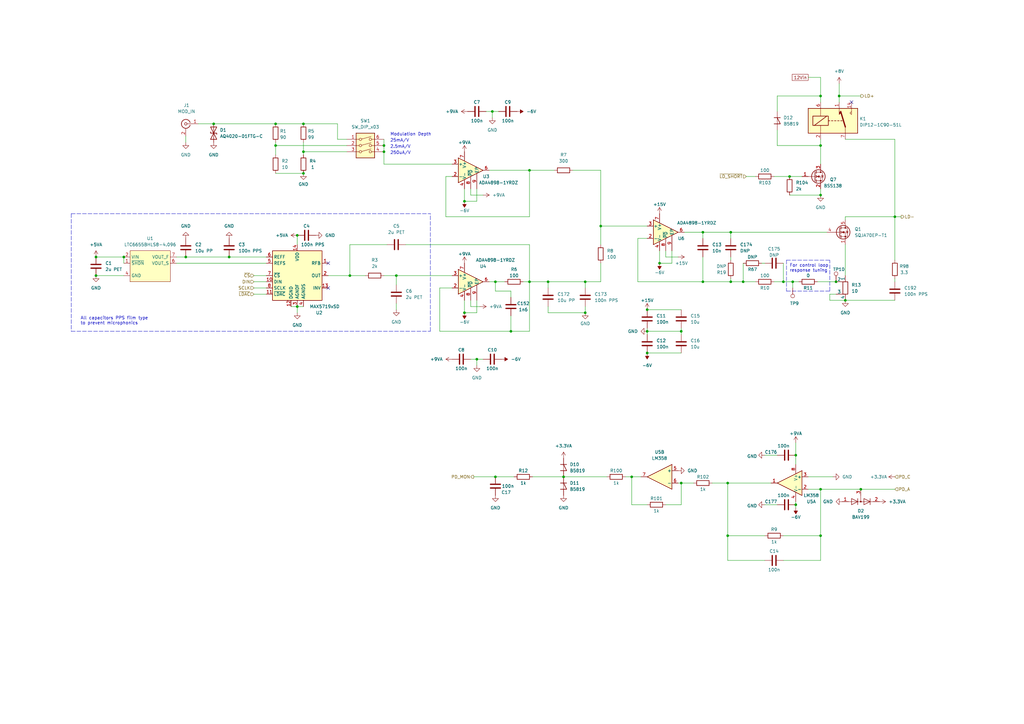
<source format=kicad_sch>
(kicad_sch (version 20211123) (generator eeschema)
  (paper "A3")
  (title_block (title "Kirdy") (date "2022-07-03") (rev "r0.1") (company "M-Labs") (comment 1 "Alex Wong Tat Hang"))
  (lib_symbols
    (symbol "Amplifier_Operational:ADA4898-1YRDZ" (pin_names (offset 0.127))
      (property "Reference" "U" (at 3.81 3.81 0))
      (property "Value" "ADA4898-1YRDZ" (at 11.43 -2.54 0))
      (symbol "ADA4898-1YRDZ_1_1"
        (pin input line (at -7.62 -2.54 0) (length 2.54) (name "-") (number "2"))
        (pin input line (at -7.62 2.54 0) (length 2.54) (name "+") (number "3"))
        (pin power_in line (at -2.54 -7.62 90) (length 3.81) (name "V-") (number "4"))
        (pin output line (at 7.62 0 180) (length 2.54) (name "~") (number "6"))
        (pin power_in line (at -2.54 7.62 270) (length 3.81) (name "V+") (number "7"))
        (pin input line (at 0 -7.62 90) (length 5.08) (name "~{PD}") (number "8"))
        (pin passive line (at 2.54 -7.62 90) (length 6.35) (name "EP") (number "9"))
      )
    )
    (symbol "Amplifier_Operational:LM358" (pin_names (offset 0.127))
      (property "Reference" "U" (at 0 5.08 0))
      (property "Value" "LM358" (at 0 -5.08 0))
      (symbol "LM358_1_1"
        (pin output line (at 7.62 0 180) (length 2.54) (name "~") (number "1"))
        (pin input line (at -7.62 -2.54 0) (length 2.54) (name "-") (number "2"))
        (pin input line (at -7.62 2.54 0) (length 2.54) (name "+") (number "3"))
      )
      (symbol "LM358_2_1"
        (pin input line (at -7.62 2.54 0) (length 2.54) (name "+") (number "5"))
        (pin input line (at -7.62 -2.54 0) (length 2.54) (name "-") (number "6"))
        (pin output line (at 7.62 0 180) (length 2.54) (name "~") (number "7"))
      )
      (symbol "LM358_3_1"
        (pin power_in line (at -2.54 -7.62 90) (length 3.81) (name "V-") (number "4"))
        (pin power_in line (at -2.54 7.62 270) (length 3.81) (name "V+") (number "8"))
      )
    )
    (symbol "Analog_DAC:MAX5719xSD"
      (property "Reference" "U" (at -10.16 11.43 0))
      (property "Value" "MAX5719xSD" (at 1.27 11.43 0))
      (symbol "MAX5719xSD_1_1"
        (pin passive line (at 12.7 5.08 180) (length 2.54) (name "RFB") (number "1"))
        (pin input line (at -12.7 -2.54 0) (length 2.54) (name "DIN") (number "10"))
        (pin input line (at -12.7 -7.62 0) (length 2.54) (name "~{LDAC}") (number "11"))
        (pin power_in line (at -2.54 -12.7 90) (length 2.54) (name "DGND") (number "12"))
        (pin passive line (at 12.7 -5.08 180) (length 2.54) (name "INV") (number "13"))
        (pin power_in line (at 0 12.7 270) (length 2.54) (name "VDD") (number "14"))
        (pin output line (at 12.7 0 180) (length 2.54) (name "OUT") (number "2"))
        (pin power_in line (at 0 -12.7 90) (length 2.54) (name "AGNDF") (number "3"))
        (pin power_in line (at 2.54 -12.7 90) (length 2.54) (name "AGNDS") (number "4"))
        (pin input line (at -12.7 5.08 0) (length 2.54) (name "REFS") (number "5"))
        (pin input line (at -12.7 7.62 0) (length 2.54) (name "REFF") (number "6"))
        (pin input line (at -12.7 0 0) (length 2.54) (name "~{CS}") (number "7"))
        (pin input line (at -12.7 -5.08 0) (length 2.54) (name "SCLK") (number "8"))
        (pin no_connect line (at 10.16 -7.62 180) (length 2.54) hide (name "NC") (number "9"))
      )
    )
    (symbol "Connector:Conn_Coaxial" (pin_names (offset 1.016) hide)
      (property "Reference" "J" (at 0.254 3.048 0))
      (property "Value" "Conn_Coaxial" (at 2.921 0 90))
      (symbol "Conn_Coaxial_1_1"
        (pin passive line (at -5.08 0 0) (length 2.54) (name "In") (number "1"))
        (pin passive line (at 0 -5.08 90) (length 2.54) (name "Ext") (number "2"))
      )
    )
    (symbol "Connector:TestPoint" (pin_numbers hide) (pin_names (offset 0.762) hide)
      (property "Reference" "TP" (at 0 6.858 0))
      (property "Value" "TestPoint" (at 0 5.08 0))
      (symbol "TestPoint_1_1"
        (pin passive line (at 0 0 90) (length 2.54) (name "1") (number "1"))
      )
    )
    (symbol "Device:C" (pin_numbers hide) (pin_names (offset 0.254))
      (property "Reference" "C" (at 0.635 2.54 0))
      (property "Value" "C" (at 0.635 -2.54 0))
      (symbol "C_1_1"
        (pin passive line (at 0 3.81 270) (length 2.794) (name "~") (number "1"))
        (pin passive line (at 0 -3.81 90) (length 2.794) (name "~") (number "2"))
      )
    )
    (symbol "Device:D_Shockley" (pin_numbers hide) (pin_names (offset 1.016) hide)
      (property "Reference" "D" (at 0 2.54 0))
      (property "Value" "D_Shockley" (at 0 -2.54 0))
      (symbol "D_Shockley_1_1"
        (pin passive line (at -3.81 0 0) (length 2.54) (name "K") (number "1"))
        (pin passive line (at 3.81 0 180) (length 2.54) (name "A") (number "2"))
      )
    )
    (symbol "Device:D_TVS" (pin_numbers hide) (pin_names (offset 1.016) hide)
      (property "Reference" "D" (at 0 2.54 0))
      (property "Value" "D_TVS" (at 0 -2.54 0))
      (symbol "D_TVS_1_1"
        (pin passive line (at -3.81 0 0) (length 2.54) (name "A1") (number "1"))
        (pin passive line (at 3.81 0 180) (length 2.54) (name "A2") (number "2"))
      )
    )
    (symbol "Device:R" (pin_numbers hide) (pin_names (offset 0))
      (property "Reference" "R" (at 2.032 0 90))
      (property "Value" "R" (at 0 0 90))
      (symbol "R_1_1"
        (pin passive line (at 0 3.81 270) (length 1.27) (name "~") (number "1"))
        (pin passive line (at 0 -3.81 90) (length 1.27) (name "~") (number "2"))
      )
    )
    (symbol "Device:R_Shunt" (pin_numbers hide) (pin_names (offset 0))
      (property "Reference" "R" (at -4.445 0 90))
      (property "Value" "R_Shunt" (at -2.54 0 90))
      (symbol "R_Shunt_1_1"
        (pin passive line (at 0 5.08 270) (length 2.54) (name "1") (number "1"))
        (pin passive line (at 3.81 2.54 180) (length 2.54) (name "2") (number "2"))
        (pin passive line (at 3.81 -2.54 180) (length 2.54) (name "3") (number "3"))
        (pin passive line (at 0 -5.08 90) (length 2.54) (name "4") (number "4"))
      )
    )
    (symbol "Diode:BAV99" (pin_names hide)
      (property "Reference" "D" (at 0 5.08 0))
      (property "Value" "BAV99" (at 0 2.54 0))
      (symbol "BAV99_1_1"
        (pin passive line (at -7.62 0 0) (length 2.54) (name "K") (number "1"))
        (pin passive line (at 7.62 0 180) (length 2.54) (name "A") (number "2"))
        (pin passive line (at 0 -5.08 90) (length 2.54) (name "K") (number "3"))
      )
    )
    (symbol "Relay:DIPxx-1Cxx-51x"
      (property "Reference" "K" (at 11.43 3.81 0))
      (property "Value" "DIPxx-1Cxx-51x" (at 11.43 1.27 0))
      (symbol "DIPxx-1Cxx-51x_1_1"
        (pin passive line (at 2.54 7.62 270) (length 2.54) (name "~") (number "1"))
        (pin passive line (at 7.62 7.62 270) (length 2.54) (name "~") (number "14"))
        (pin passive line (at -5.08 -7.62 90) (length 2.54) (name "~") (number "2"))
        (pin passive line (at -5.08 7.62 270) (length 2.54) (name "~") (number "6"))
        (pin passive line (at 5.08 -7.62 90) (length 2.54) (name "~") (number "7"))
        (pin passive line (at 5.08 -7.62 90) (length 2.54) hide (name "~") (number "8"))
      )
    )
    (symbol "Switch:SW_DIP_x03" (pin_names (offset 0) hide)
      (property "Reference" "SW" (at 0 8.89 0))
      (property "Value" "SW_DIP_x03" (at 0 -3.81 0))
      (symbol "SW_DIP_x03_1_1"
        (pin passive line (at -7.62 5.08 0) (length 5.08) (name "~") (number "1"))
        (pin passive line (at -7.62 2.54 0) (length 5.08) (name "~") (number "2"))
        (pin passive line (at -7.62 0 0) (length 5.08) (name "~") (number "3"))
        (pin passive line (at 7.62 0 180) (length 5.08) (name "~") (number "4"))
        (pin passive line (at 7.62 2.54 180) (length 5.08) (name "~") (number "5"))
        (pin passive line (at 7.62 5.08 180) (length 5.08) (name "~") (number "6"))
      )
    )
    (symbol "Transistor_FET:BSS138" (pin_names hide)
      (property "Reference" "Q" (at 5.08 1.905 0))
      (property "Value" "BSS138" (at 5.08 0 0))
      (symbol "BSS138_1_1"
        (pin input line (at -5.08 0 0) (length 2.54) (name "G") (number "1"))
        (pin passive line (at 2.54 -5.08 90) (length 2.54) (name "S") (number "2"))
        (pin passive line (at 2.54 5.08 270) (length 2.54) (name "D") (number "3"))
      )
    )
    (symbol "Transistor_FET:CSD17507Q5A" (pin_names hide)
      (property "Reference" "Q" (at 5.08 1.905 0))
      (property "Value" "CSD17507Q5A" (at 5.08 0 0))
      (symbol "CSD17507Q5A_1_1"
        (pin passive line (at 2.54 -5.08 90) (length 2.54) (name "S") (number "1"))
        (pin passive line (at 2.54 -5.08 90) (length 2.54) hide (name "S") (number "2"))
        (pin passive line (at 2.54 -5.08 90) (length 2.54) hide (name "S") (number "3"))
        (pin passive line (at -5.08 0 0) (length 2.54) (name "G") (number "4"))
        (pin passive line (at 2.54 5.08 270) (length 2.54) (name "D") (number "5"))
      )
    )
    (symbol "kirdy:LTC6655"
      (property "Reference" "U" (at 0 -10.16 0))
      (property "Value" "LTC6655" (at 0 -7.62 0))
      (symbol "LTC6655_0_0"
        (pin input line (at -10.16 2.54 0) (length 2.54) (name "~{SHDN}") (number "1"))
        (pin power_in line (at -10.16 5.08 0) (length 2.54) (name "VIN") (number "2"))
        (pin power_in line (at -10.16 -2.54 0) (length 2.54) hide (name "GND") (number "3"))
        (pin power_in line (at -10.16 -2.54 0) (length 2.54) (name "GND") (number "4"))
        (pin power_in line (at -10.16 -2.54 0) (length 2.54) hide (name "GND") (number "5"))
        (pin passive line (at 11.43 2.54 180) (length 2.54) (name "VOUT_S") (number "6"))
        (pin output line (at 11.43 5.08 180) (length 2.54) (name "VOUT_F") (number "7"))
        (pin power_in line (at -10.16 -2.54 0) (length 2.54) hide (name "GND") (number "8"))
      )
    )
    (symbol "power:+15V" (power) (pin_names (offset 0))
      (property "Value" "+15V" (at 0 3.556 0))
      (symbol "+15V_1_1"
        (pin power_in line (at 0 0 90) (length 0) hide (name "+15V") (number "1"))
      )
    )
    (symbol "power:+3.3VA" (power) (pin_names (offset 0))
      (property "Value" "+3.3VA" (at 0 3.556 0))
      (symbol "+3.3VA_1_1"
        (pin power_in line (at 0 0 90) (length 0) hide (name "+3.3VA") (number "1"))
      )
    )
    (symbol "power:+5VA" (power) (pin_names (offset 0))
      (property "Value" "+5VA" (at 0 3.556 0))
      (symbol "+5VA_1_1"
        (pin power_in line (at 0 0 90) (length 0) hide (name "+5VA") (number "1"))
      )
    )
    (symbol "power:+8V" (power) (pin_names (offset 0))
      (property "Value" "+8V" (at 0 3.556 0))
      (symbol "+8V_1_1"
        (pin power_in line (at 0 0 90) (length 0) hide (name "+8V") (number "1"))
      )
    )
    (symbol "power:+9VA" (power) (pin_names (offset 0))
      (property "Value" "+9VA" (at 0 3.81 0))
      (symbol "+9VA_1_1"
        (pin power_in line (at 0 0 90) (length 0) hide (name "+9VA") (number "1"))
      )
    )
    (symbol "power:-6V" (power) (pin_names (offset 0))
      (property "Value" "-6V" (at 0 3.81 0))
      (symbol "-6V_0_0"
        (pin power_in line (at 0 0 90) (length 0) hide (name "-6V") (number "1"))
      )
    )
    (symbol "power:GND" (power) (pin_names (offset 0))
      (property "Value" "GND" (at 0 -3.81 0))
      (symbol "GND_1_1"
        (pin power_in line (at 0 0 270) (length 0) hide (name "GND") (number "1"))
      )
    )
  )
  (junction (at 270.51 107.95))
  (junction (at 124.46 71.12))
  (junction (at 217.17 69.85))
  (junction (at 342.9 115.57))
  (junction (at 265.43 135.89))
  (junction (at 203.2 115.57))
  (junction (at 121.92 96.52))
  (junction (at 288.29 95.25))
  (junction (at 367.03 88.9))
  (junction (at 231.14 195.58))
  (junction (at 87.63 50.8))
  (junction (at 201.93 45.72))
  (junction (at 157.48 62.23))
  (junction (at 240.03 115.57))
  (junction (at 336.55 219.71))
  (junction (at 195.58 147.32))
  (junction (at 299.72 115.57))
  (junction (at 265.43 127))
  (junction (at 190.5 128.27))
  (junction (at 124.46 50.8))
  (junction (at 336.55 39.37))
  (junction (at 298.45 198.12))
  (junction (at 217.17 115.57))
  (junction (at 224.79 115.57))
  (junction (at 190.5 82.55))
  (junction (at 325.12 115.57))
  (junction (at 288.29 115.57))
  (junction (at 143.51 113.03))
  (junction (at 326.39 207.01))
  (junction (at 336.55 80.01))
  (junction (at 299.72 95.25))
  (junction (at 259.08 195.58))
  (junction (at 113.03 50.8))
  (junction (at 336.55 200.66))
  (junction (at 162.56 113.03))
  (junction (at 76.2 105.41))
  (junction (at 279.4 198.12))
  (junction (at 279.4 135.89))
  (junction (at 246.38 92.71))
  (junction (at 50.8 105.41))
  (junction (at 346.71 123.19))
  (junction (at 265.43 144.78))
  (junction (at 93.98 105.41))
  (junction (at 353.06 200.66))
  (junction (at 39.37 113.03))
  (junction (at 240.03 128.27))
  (junction (at 113.03 59.69))
  (junction (at 336.55 59.69))
  (junction (at 344.17 39.37))
  (junction (at 298.45 219.71))
  (junction (at 304.8 115.57))
  (junction (at 326.39 186.69))
  (junction (at 124.46 62.23))
  (junction (at 121.92 125.73))
  (junction (at 209.55 135.89))
  (junction (at 39.37 105.41))
  (junction (at 203.2 195.58))
  (junction (at 157.48 59.69))
  (junction (at 323.85 72.39))
  (junction (at 321.31 115.57))
  (no_connect (at 349.25 41.91))
  (no_connect (at 134.62 118.11))
  (no_connect (at 134.62 107.95))
  (wire (pts (xy 162.56 124.46) (xy 162.56 127)))
  (wire (pts (xy 104.14 113.03) (xy 109.22 113.03)))
  (wire (pts (xy 326.39 207.01) (xy 326.39 205.74)))
  (wire (pts (xy 298.45 219.71) (xy 313.69 219.71)))
  (wire (pts (xy 50.8 105.41) (xy 50.8 107.95)))
  (wire (pts (xy 157.48 59.69) (xy 157.48 62.23)))
  (wire (pts (xy 323.85 72.39) (xy 328.93 72.39)))
  (wire (pts (xy 217.17 115.57) (xy 224.79 115.57)))
  (wire (pts (xy 353.06 200.66) (xy 367.03 200.66)))
  (wire (pts (xy 113.03 71.12) (xy 124.46 71.12)))
  (wire (pts (xy 335.28 115.57) (xy 342.9 115.57)))
  (wire (pts (xy 288.29 95.25) (xy 299.72 95.25)))
  (wire (pts (xy 321.31 219.71) (xy 336.55 219.71)))
  (wire (pts (xy 318.77 59.69) (xy 336.55 59.69)))
  (wire (pts (xy 336.55 219.71) (xy 336.55 200.66)))
  (wire (pts (xy 325.12 118.11) (xy 325.12 115.57)))
  (wire (pts (xy 231.14 195.58) (xy 248.92 195.58)))
  (wire (pts (xy 240.03 115.57) (xy 246.38 115.57)))
  (wire (pts (xy 265.43 135.89) (xy 265.43 137.16)))
  (wire (pts (xy 346.71 90.17) (xy 346.71 88.9)))
  (wire (pts (xy 331.47 31.75) (xy 336.55 31.75)))
  (wire (pts (xy 166.37 100.33) (xy 217.17 100.33)))
  (wire (pts (xy 138.43 57.15) (xy 142.24 57.15)))
  (wire (pts (xy 278.13 198.12) (xy 279.4 198.12)))
  (wire (pts (xy 194.31 195.58) (xy 203.2 195.58)))
  (wire (pts (xy 76.2 58.42) (xy 76.2 55.88)))
  (wire (pts (xy 240.03 118.11) (xy 240.03 115.57)))
  (wire (pts (xy 288.29 95.25) (xy 288.29 97.79)))
  (wire (pts (xy 280.67 95.25) (xy 288.29 95.25)))
  (wire (pts (xy 193.04 125.73) (xy 196.85 125.73)))
  (wire (pts (xy 336.55 31.75) (xy 336.55 39.37)))
  (wire (pts (xy 124.46 58.42) (xy 124.46 62.23)))
  (wire (pts (xy 273.05 207.01) (xy 279.4 207.01)))
  (wire (pts (xy 246.38 107.95) (xy 246.38 115.57)))
  (wire (pts (xy 367.03 114.3) (xy 367.03 115.57)))
  (wire (pts (xy 299.72 95.25) (xy 339.09 95.25)))
  (wire (pts (xy 81.28 50.8) (xy 87.63 50.8)))
  (polyline (pts (xy 322.58 119.38) (xy 340.36 119.38)))
  (wire (pts (xy 104.14 118.11) (xy 109.22 118.11)))
  (wire (pts (xy 273.05 105.41) (xy 278.13 105.41)))
  (polyline (pts (xy 322.58 106.68) (xy 340.36 106.68)))
  (wire (pts (xy 340.36 120.65) (xy 340.36 123.19)))
  (wire (pts (xy 318.77 53.34) (xy 318.77 59.69)))
  (wire (pts (xy 157.48 57.15) (xy 157.48 59.69)))
  (wire (pts (xy 299.72 105.41) (xy 299.72 106.68)))
  (wire (pts (xy 298.45 219.71) (xy 298.45 198.12)))
  (wire (pts (xy 76.2 105.41) (xy 93.98 105.41)))
  (wire (pts (xy 104.14 115.57) (xy 109.22 115.57)))
  (wire (pts (xy 113.03 58.42) (xy 113.03 59.69)))
  (wire (pts (xy 200.66 69.85) (xy 217.17 69.85)))
  (wire (pts (xy 201.93 45.72) (xy 201.93 48.26)))
  (wire (pts (xy 306.07 72.39) (xy 309.88 72.39)))
  (wire (pts (xy 224.79 115.57) (xy 240.03 115.57)))
  (wire (pts (xy 217.17 88.9) (xy 217.17 69.85)))
  (wire (pts (xy 209.55 135.89) (xy 217.17 135.89)))
  (wire (pts (xy 162.56 113.03) (xy 185.42 113.03)))
  (wire (pts (xy 157.48 113.03) (xy 162.56 113.03)))
  (wire (pts (xy 299.72 95.25) (xy 299.72 97.79)))
  (wire (pts (xy 217.17 135.89) (xy 217.17 115.57)))
  (wire (pts (xy 367.03 88.9) (xy 346.71 88.9)))
  (wire (pts (xy 313.69 229.87) (xy 298.45 229.87)))
  (wire (pts (xy 240.03 128.27) (xy 240.03 125.73)))
  (wire (pts (xy 313.69 207.01) (xy 318.77 207.01)))
  (wire (pts (xy 72.39 107.95) (xy 109.22 107.95)))
  (wire (pts (xy 336.55 57.15) (xy 336.55 59.69)))
  (wire (pts (xy 124.46 62.23) (xy 142.24 62.23)))
  (wire (pts (xy 214.63 115.57) (xy 217.17 115.57)))
  (wire (pts (xy 279.4 135.89) (xy 265.43 135.89)))
  (wire (pts (xy 201.93 45.72) (xy 204.47 45.72)))
  (wire (pts (xy 180.34 118.11) (xy 180.34 135.89)))
  (wire (pts (xy 256.54 195.58) (xy 259.08 195.58)))
  (wire (pts (xy 259.08 207.01) (xy 259.08 195.58)))
  (wire (pts (xy 195.58 82.55) (xy 195.58 77.47)))
  (wire (pts (xy 190.5 77.47) (xy 190.5 82.55)))
  (wire (pts (xy 195.58 128.27) (xy 195.58 123.19)))
  (wire (pts (xy 279.4 198.12) (xy 284.48 198.12)))
  (wire (pts (xy 143.51 100.33) (xy 143.51 113.03)))
  (wire (pts (xy 158.75 100.33) (xy 143.51 100.33)))
  (polyline (pts (xy 29.21 87.63) (xy 176.53 87.63)))
  (wire (pts (xy 346.71 123.19) (xy 367.03 123.19)))
  (wire (pts (xy 218.44 195.58) (xy 231.14 195.58)))
  (wire (pts (xy 195.58 147.32) (xy 198.12 147.32)))
  (wire (pts (xy 87.63 50.8) (xy 113.03 50.8)))
  (wire (pts (xy 304.8 107.95) (xy 304.8 115.57)))
  (wire (pts (xy 193.04 77.47) (xy 193.04 80.01)))
  (wire (pts (xy 113.03 50.8) (xy 124.46 50.8)))
  (wire (pts (xy 336.55 39.37) (xy 336.55 41.91)))
  (wire (pts (xy 190.5 82.55) (xy 195.58 82.55)))
  (wire (pts (xy 193.04 147.32) (xy 195.58 147.32)))
  (wire (pts (xy 203.2 195.58) (xy 210.82 195.58)))
  (wire (pts (xy 321.31 115.57) (xy 325.12 115.57)))
  (wire (pts (xy 246.38 69.85) (xy 246.38 92.71)))
  (wire (pts (xy 270.51 107.95) (xy 275.59 107.95)))
  (wire (pts (xy 199.39 45.72) (xy 201.93 45.72)))
  (wire (pts (xy 344.17 39.37) (xy 344.17 41.91)))
  (wire (pts (xy 185.42 72.39) (xy 182.88 72.39)))
  (polyline (pts (xy 340.36 119.38) (xy 340.36 106.68)))
  (wire (pts (xy 340.36 120.65) (xy 342.9 120.65)))
  (wire (pts (xy 292.1 198.12) (xy 298.45 198.12)))
  (wire (pts (xy 72.39 105.41) (xy 76.2 105.41)))
  (wire (pts (xy 259.08 195.58) (xy 262.89 195.58)))
  (wire (pts (xy 180.34 135.89) (xy 209.55 135.89)))
  (wire (pts (xy 298.45 198.12) (xy 316.23 198.12)))
  (wire (pts (xy 193.04 123.19) (xy 193.04 125.73)))
  (wire (pts (xy 134.62 113.03) (xy 143.51 113.03)))
  (wire (pts (xy 209.55 119.38) (xy 203.2 119.38)))
  (wire (pts (xy 93.98 105.41) (xy 109.22 105.41)))
  (wire (pts (xy 317.5 115.57) (xy 321.31 115.57)))
  (wire (pts (xy 367.03 57.15) (xy 346.71 57.15)))
  (wire (pts (xy 234.95 69.85) (xy 246.38 69.85)))
  (wire (pts (xy 39.37 105.41) (xy 50.8 105.41)))
  (wire (pts (xy 326.39 181.61) (xy 326.39 186.69)))
  (wire (pts (xy 39.37 113.03) (xy 50.8 113.03)))
  (wire (pts (xy 369.57 88.9) (xy 367.03 88.9)))
  (wire (pts (xy 318.77 39.37) (xy 336.55 39.37)))
  (wire (pts (xy 190.5 128.27) (xy 195.58 128.27)))
  (wire (pts (xy 124.46 62.23) (xy 124.46 63.5)))
  (wire (pts (xy 270.51 102.87) (xy 270.51 107.95)))
  (polyline (pts (xy 29.21 87.63) (xy 29.21 135.89)))
  (wire (pts (xy 325.12 115.57) (xy 327.66 115.57)))
  (wire (pts (xy 113.03 59.69) (xy 142.24 59.69)))
  (wire (pts (xy 261.62 115.57) (xy 261.62 97.79)))
  (wire (pts (xy 298.45 229.87) (xy 298.45 219.71)))
  (wire (pts (xy 121.92 96.52) (xy 121.92 100.33)))
  (wire (pts (xy 273.05 102.87) (xy 273.05 105.41)))
  (wire (pts (xy 157.48 67.31) (xy 185.42 67.31)))
  (polyline (pts (xy 322.58 106.68) (xy 322.58 119.38)))
  (wire (pts (xy 217.17 69.85) (xy 227.33 69.85)))
  (wire (pts (xy 331.47 195.58) (xy 341.63 195.58)))
  (wire (pts (xy 336.55 59.69) (xy 336.55 67.31)))
  (wire (pts (xy 304.8 115.57) (xy 309.88 115.57)))
  (wire (pts (xy 344.17 39.37) (xy 353.06 39.37)))
  (wire (pts (xy 288.29 115.57) (xy 261.62 115.57)))
  (wire (pts (xy 182.88 88.9) (xy 217.17 88.9)))
  (wire (pts (xy 119.38 125.73) (xy 121.92 125.73)))
  (wire (pts (xy 246.38 92.71) (xy 265.43 92.71)))
  (wire (pts (xy 367.03 88.9) (xy 367.03 106.68)))
  (wire (pts (xy 104.14 120.65) (xy 109.22 120.65)))
  (wire (pts (xy 326.39 208.28) (xy 326.39 207.01)))
  (wire (pts (xy 318.77 45.72) (xy 318.77 39.37)))
  (wire (pts (xy 143.51 113.03) (xy 149.86 113.03)))
  (wire (pts (xy 193.04 80.01) (xy 198.12 80.01)))
  (wire (pts (xy 246.38 92.71) (xy 246.38 100.33)))
  (polyline (pts (xy 29.21 135.89) (xy 176.53 135.89)))
  (wire (pts (xy 224.79 125.73) (xy 224.79 128.27)))
  (wire (pts (xy 299.72 114.3) (xy 299.72 115.57)))
  (wire (pts (xy 367.03 57.15) (xy 367.03 88.9)))
  (wire (pts (xy 313.69 186.69) (xy 318.77 186.69)))
  (wire (pts (xy 321.31 229.87) (xy 336.55 229.87)))
  (wire (pts (xy 190.5 123.19) (xy 190.5 128.27)))
  (wire (pts (xy 326.39 186.69) (xy 326.39 190.5)))
  (wire (pts (xy 224.79 118.11) (xy 224.79 115.57)))
  (wire (pts (xy 331.47 200.66) (xy 336.55 200.66)))
  (wire (pts (xy 203.2 119.38) (xy 203.2 115.57)))
  (wire (pts (xy 321.31 107.95) (xy 321.31 115.57)))
  (wire (pts (xy 336.55 229.87) (xy 336.55 219.71)))
  (wire (pts (xy 209.55 129.54) (xy 209.55 135.89)))
  (wire (pts (xy 279.4 134.62) (xy 279.4 135.89)))
  (wire (pts (xy 344.17 34.29) (xy 344.17 39.37)))
  (wire (pts (xy 312.42 107.95) (xy 313.69 107.95)))
  (wire (pts (xy 323.85 80.01) (xy 336.55 80.01)))
  (wire (pts (xy 113.03 59.69) (xy 113.03 63.5)))
  (wire (pts (xy 121.92 125.73) (xy 121.92 128.27)))
  (wire (pts (xy 217.17 100.33) (xy 217.17 115.57)))
  (wire (pts (xy 279.4 135.89) (xy 279.4 137.16)))
  (wire (pts (xy 162.56 113.03) (xy 162.56 116.84)))
  (wire (pts (xy 279.4 207.01) (xy 279.4 198.12)))
  (wire (pts (xy 157.48 62.23) (xy 157.48 67.31)))
  (wire (pts (xy 124.46 50.8) (xy 138.43 50.8)))
  (wire (pts (xy 203.2 115.57) (xy 207.01 115.57)))
  (wire (pts (xy 336.55 77.47) (xy 336.55 80.01)))
  (wire (pts (xy 317.5 72.39) (xy 323.85 72.39)))
  (wire (pts (xy 340.36 123.19) (xy 346.71 123.19)))
  (wire (pts (xy 185.42 118.11) (xy 180.34 118.11)))
  (wire (pts (xy 265.43 134.62) (xy 265.43 135.89)))
  (wire (pts (xy 224.79 128.27) (xy 240.03 128.27)))
  (wire (pts (xy 265.43 127) (xy 279.4 127)))
  (wire (pts (xy 336.55 200.66) (xy 353.06 200.66)))
  (wire (pts (xy 288.29 115.57) (xy 299.72 115.57)))
  (wire (pts (xy 209.55 121.92) (xy 209.55 119.38)))
  (wire (pts (xy 265.43 144.78) (xy 279.4 144.78)))
  (wire (pts (xy 200.66 115.57) (xy 203.2 115.57)))
  (wire (pts (xy 346.71 100.33) (xy 346.71 113.03)))
  (wire (pts (xy 138.43 50.8) (xy 138.43 57.15)))
  (wire (pts (xy 275.59 107.95) (xy 275.59 102.87)))
  (wire (pts (xy 288.29 105.41) (xy 288.29 115.57)))
  (wire (pts (xy 195.58 147.32) (xy 195.58 149.86)))
  (wire (pts (xy 299.72 115.57) (xy 304.8 115.57)))
  (polyline (pts (xy 176.53 135.89) (xy 176.53 87.63)))
  (wire (pts (xy 265.43 207.01) (xy 259.08 207.01)))
  (wire (pts (xy 121.92 125.73) (xy 124.46 125.73)))
  (wire (pts (xy 182.88 72.39) (xy 182.88 88.9)))
  (wire (pts (xy 261.62 97.79) (xy 265.43 97.79)))
  (text "250uA/V" (at 160.02 63.5 0) (effects (font (size 1.27 1.27)) (justify left bottom)))
  (text "All capacitors PPS film type\nto prevent microphonics " (at 33.02 133.35 0) (effects (font (size 1.27 1.27)) (justify left bottom)))
  (text "2.5mA/V" (at 160.02 60.96 0) (effects (font (size 1.27 1.27)) (justify left bottom)))
  (text "For control loop\nresponse tuning" (at 323.85 111.76 0) (effects (font (size 1.27 1.27)) (justify left bottom)))
  (text "25mA/V" (at 160.02 58.42 0) (effects (font (size 1.27 1.27)) (justify left bottom)))
  (text "Modulation Depth" (at 160.02 55.88 0) (effects (font (size 1.27 1.27)) (justify left bottom)))
  (global_label "12Vin" (shape passive) (at 331.47 31.75 180) (property "Intersheet References" "${INTERSHEET_REFS}" (effects hide)))
  (hierarchical_label "~{LDAC}" (shape input) (at 104.14 120.65 180))
  (hierarchical_label "~{LD_SHORT}" (shape input) (at 306.07 72.39 180))
  (hierarchical_label "LD+" (shape output) (at 353.06 39.37 0))
  (hierarchical_label "SCLK" (shape input) (at 104.14 118.11 180))
  (hierarchical_label "PD_MON" (shape output) (at 194.31 195.58 180))
  (hierarchical_label "PD_C" (shape input) (at 367.03 195.58 0))
  (hierarchical_label "PD_A" (shape input) (at 367.03 200.66 0))
  (hierarchical_label "DIN" (shape input) (at 104.14 115.57 180))
  (hierarchical_label "LD-" (shape output) (at 369.57 88.9 0))
  (hierarchical_label "~{CS}" (shape input) (at 104.14 113.03 180))
  (symbol (lib_id "Connector:TestPoint") (at 342.9 115.57 0) (unit 1)
    (property "Reference" "TP10" (at 341.63 110.49 0) (effects (justify left)))
    (property "Value" "TestPoint" (effects hide))
    (property "Footprint" "TestPoint:TestPoint_Pad_2.0x2.0mm" (effects hide))
  )
  (symbol (lib_id "Amplifier_Operational:LM358") (at 328.93 198.12 0) (unit 3)
    (property "Reference" "U5" (effects hide))
    (property "Value" "LM358" (effects hide))
    (property "Footprint" "Package_SO:SOIC-8_3.9x4.9mm_P1.27mm" (effects hide))
    (property "Datasheet" "http://www.ti.com/lit/ds/symlink/lm2904-n.pdf" (effects hide))
  )
  (symbol (lib_id "Device:R") (at 299.72 110.49 180) (unit 1)
    (property "Reference" "R19" (at 295.91 111.76 0))
    (property "Value" "DNP" (at 295.91 109.22 0))
    (property "Footprint" "Resistor_SMD:R_0603_1608Metric" (effects hide))
  )
  (symbol (lib_id "Diode:BAV99") (at 353.06 205.74 0) (mirror x) (unit 1)
    (property "Reference" "D2" (at 353.06 209.55 0))
    (property "Value" "BAV199" (at 353.06 212.09 0))
    (property "Footprint" "Package_TO_SOT_SMD:SOT-23" (effects hide))
    (property "Datasheet" "https://assets.nexperia.com/documents/data-sheet/BAV99_SER.pdf" (effects hide))
    (property "MFR_PN" "BAV199W-7" (effects hide))
    (property "MFR_PN_ALT" "BAV199E6327HTSA1" (effects hide))
  )
  (symbol (lib_id "power:+3.3VA") (at 367.03 195.58 90) (unit 1)
    (property "Reference" "#PWR0173" (effects hide))
    (property "Value" "+3.3VA" (at 356.87 195.58 90) (effects (justify right)))
  )
  (symbol (lib_id "power:GND") (at 313.69 186.69 270) (unit 1)
    (property "Reference" "#PWR0130" (effects hide))
    (property "Value" "GND" (at 310.5151 187.1238 90) (effects (justify right)))
  )
  (symbol (lib_id "power:GND") (at 345.44 205.74 270) (unit 1)
    (property "Reference" "#PWR036" (effects hide))
    (property "Value" "GND" (at 341.63 205.7399 90) (effects (justify right)))
  )
  (symbol (lib_id "Device:R") (at 323.85 76.2 180) (unit 1)
    (property "Reference" "R104" (at 326.39 74.9299 0) (effects (justify right)))
    (property "Value" "2k" (at 326.39 77.4699 0) (effects (justify right)))
    (property "Footprint" "Resistor_SMD:R_0603_1608Metric" (effects hide))
    (property "MFR_PN" "RC0603FR-072KL" (effects hide))
    (property "MFR_PN_ALT" "ERJ-3EKF2001V" (effects hide))
  )
  (symbol (lib_id "power:GND") (at 336.55 80.01 0) (unit 1)
    (property "Reference" "#PWR0171" (effects hide))
    (property "Value" "GND" (at 336.55 85.09 0))
  )
  (symbol (lib_id "power:+3.3VA") (at 231.14 187.96 0) (unit 1)
    (property "Reference" "#PWR032" (effects hide))
    (property "Value" "+3.3VA" (at 231.14 182.88 0))
  )
  (symbol (lib_id "power:-6V") (at 212.09 45.72 270) (unit 1)
    (property "Reference" "#PWR022" (effects hide))
    (property "Value" "-6V" (at 215.9 45.7199 90) (effects (justify left)))
  )
  (symbol (lib_id "Device:C") (at 162.56 100.33 90) (unit 1)
    (property "Reference" "C5" (at 162.56 92.71 90))
    (property "Value" "2u PET" (at 162.56 95.25 90))
    (property "Footprint" "Capacitor_SMD:C_1812_4532Metric" (effects hide))
    (property "MFR_PN" "35MU225MC14532" (effects hide))
  )
  (symbol (lib_id "power:+15V") (at 265.43 127 0) (unit 1)
    (property "Reference" "#PWR028" (effects hide))
    (property "Value" "+15V" (at 265.43 123.19 0))
  )
  (symbol (lib_id "Device:R") (at 331.47 115.57 90) (unit 1)
    (property "Reference" "R11" (at 331.47 118.11 90))
    (property "Value" "0" (at 331.47 113.03 90))
    (property "Footprint" "Resistor_SMD:R_0603_1608Metric" (effects hide))
    (property "MFR_PN" "RMCF0603ZT0R00" (effects hide))
    (property "MFR_PN_ALT" "CR0603-J/-000ELF" (effects hide))
  )
  (symbol (lib_id "power:-6V") (at 205.74 147.32 270) (unit 1)
    (property "Reference" "#PWR023" (effects hide))
    (property "Value" "-6V" (at 209.55 147.3199 90) (effects (justify left)))
  )
  (symbol (lib_id "Device:C") (at 208.28 45.72 90) (unit 1)
    (property "Reference" "C9" (at 208.28 41.91 90))
    (property "Value" "100n" (at 208.28 49.53 90))
    (property "Footprint" "Capacitor_SMD:C_0603_1608Metric" (effects hide))
    (property "MFR_PN" "CL10B104KB8NNWC" (effects hide))
    (property "MFR_PN_ALT" "CL10B104KB8NNNL" (effects hide))
  )
  (symbol (lib_id "Device:R") (at 269.24 207.01 90) (unit 1)
    (property "Reference" "R101" (at 269.24 204.47 90))
    (property "Value" "1k" (at 269.24 209.55 90))
    (property "Footprint" "Resistor_SMD:R_0603_1608Metric" (effects hide))
    (property "MFR_PN" "RNCP0603FTD1K00" (effects hide))
    (property "MFR_PN_ALT" "WR06X1001FTL" (effects hide))
  )
  (symbol (lib_id "Relay:DIPxx-1Cxx-51x") (at 341.63 49.53 0) (unit 1)
    (property "Reference" "K1" (at 352.552 48.6953 0) (effects (justify left)))
    (property "Value" "DIP12-1C90-51L" (at 352.552 51.2322 0) (effects (justify left)))
    (property "Footprint" "Relay_THT:Relay_StandexMeder_DIP_LowProfile" (effects hide))
    (property "Datasheet" "https://standexelectronics.com/wp-content/uploads/datasheet_reed_relay_DIP.pdf" (effects hide))
  )
  (symbol (lib_id "Amplifier_Operational:LM358") (at 270.51 195.58 0) (mirror y) (unit 2)
    (property "Reference" "U5" (at 270.51 185.42 0))
    (property "Value" "LM358" (at 270.51 187.96 0))
    (property "Footprint" "Package_SO:SOIC-8_3.9x4.9mm_P1.27mm" (effects hide))
    (property "Datasheet" "http://www.ti.com/lit/ds/symlink/lm2904-n.pdf" (effects hide))
  )
  (symbol (lib_id "power:+5VA") (at 39.37 105.41 0) (unit 1)
    (property "Reference" "#PWR01" (effects hide))
    (property "Value" "+5VA" (at 39.37 100.33 0))
  )
  (symbol (lib_id "Device:C") (at 279.4 140.97 0) (unit 1)
    (property "Reference" "C16" (at 283.21 139.6999 0) (effects (justify left)))
    (property "Value" "10u" (at 283.21 142.2399 0) (effects (justify left)))
    (property "Footprint" "Capacitor_SMD:C_0805_2012Metric" (effects hide))
    (property "MFR_PN" "CL21B106KOQNNNG" (effects hide))
    (property "MFR_PN_ALT" "CL21B106KOQNNNE" (effects hide))
  )
  (symbol (lib_id "Device:C") (at 76.2 101.6 0) (unit 1)
    (property "Reference" "C2" (at 80.01 100.3299 0) (effects (justify left)))
    (property "Value" "10u PP" (at 80.01 102.8699 0) (effects (justify left)))
    (property "Footprint" "Capacitor_SMD:C_1812_4532Metric" (effects hide))
    (property "MFR_PN" "16MU106MC44532" (effects hide))
  )
  (symbol (lib_id "Connector:TestPoint") (at 325.12 118.11 180) (unit 1)
    (property "Reference" "TP9" (at 327.66 124.46 0) (effects (justify left)))
    (property "Value" "TestPoint" (effects hide))
    (property "Footprint" "TestPoint:TestPoint_Pad_2.0x2.0mm" (effects hide))
  )
  (symbol (lib_id "Device:C") (at 299.72 101.6 0) (unit 1)
    (property "Reference" "C174" (at 303.53 100.3299 0) (effects (justify left)))
    (property "Value" "DNP" (at 303.53 102.8699 0) (effects (justify left)))
    (property "Footprint" "Capacitor_SMD:C_0603_1608Metric" (effects hide))
  )
  (symbol (lib_id "Device:R") (at 313.69 115.57 90) (unit 1)
    (property "Reference" "R10" (at 313.69 118.11 90))
    (property "Value" "100" (at 313.69 113.03 90))
    (property "Footprint" "Resistor_SMD:R_0603_1608Metric" (effects hide))
    (property "MFR_PN" "WR06X1000FTL" (effects hide))
    (property "MFR_PN_ALT" "RMCF0603FT100R" (effects hide))
  )
  (symbol (lib_id "Device:R") (at 367.03 110.49 180) (unit 1)
    (property "Reference" "R98" (at 370.84 109.22 0))
    (property "Value" "3.3" (at 370.84 111.76 0))
    (property "Footprint" "Resistor_SMD:R_0603_1608Metric" (effects hide))
  )
  (symbol (lib_id "power:GND") (at 121.92 128.27 0) (unit 1)
    (property "Reference" "#PWR06" (effects hide))
    (property "Value" "GND" (at 121.92 133.35 0))
  )
  (symbol (lib_id "Amplifier_Operational:ADA4898-1YRDZ") (at 273.05 95.25 0) (unit 1)
    (property "Reference" "U6" (at 279.4 97.79 0))
    (property "Value" "ADA4898-1YRDZ" (at 285.75 91.44 0))
    (property "Footprint" "Package_SO:SOIC-8-1EP_3.9x4.9mm_P1.27mm_EP2.29x3mm" (effects hide))
    (property "Datasheet" "https://www.analog.com/media/en/technical-documentation/data-sheets/ada4898-1_4898-2.pdf" (effects hide))
    (property "MFR_PN" "ADA4898-1YRDZ" (effects hide))
  )
  (symbol (lib_id "Device:C") (at 288.29 101.6 0) (unit 1)
    (property "Reference" "C13" (at 292.1 100.3299 0) (effects (justify left)))
    (property "Value" "10n" (at 292.1 102.8699 0) (effects (justify left)))
    (property "Footprint" "Capacitor_SMD:C_0603_1608Metric" (effects hide))
    (property "MFR_PN" "0603B103K500CT" (effects hide))
    (property "MFR_PN_ALT" "CL10B103KB8NNNC" (effects hide))
  )
  (symbol (lib_id "Device:C") (at 322.58 207.01 90) (unit 1)
    (property "Reference" "C177" (at 318.77 205.74 90) (effects (justify left)))
    (property "Value" "100n" (at 323.85 203.2 90) (effects (justify left)))
    (property "Footprint" "Capacitor_SMD:C_0603_1608Metric" (effects hide))
    (property "MFR_PN" "CL10B104KB8NNWC" (effects hide))
    (property "MFR_PN_ALT" "CL10B104KB8NNNL" (effects hide))
  )
  (symbol (lib_id "Device:C") (at 367.03 119.38 0) (unit 1)
    (property "Reference" "C192" (at 370.84 118.1099 0) (effects (justify left)))
    (property "Value" "100n PPS" (at 370.84 120.6499 0) (effects (justify left)))
    (property "Footprint" "Capacitor_SMD:C_1210_3225Metric" (effects hide))
    (property "MFR_PN" "ECH-U1C104JX5" (effects hide))
  )
  (symbol (lib_id "Device:R") (at 288.29 198.12 90) (unit 1)
    (property "Reference" "R102" (at 288.29 195.58 90))
    (property "Value" "1k" (at 288.29 200.66 90))
    (property "Footprint" "Resistor_SMD:R_0603_1608Metric" (effects hide))
    (property "MFR_PN" "RNCP0603FTD1K00" (effects hide))
    (property "MFR_PN_ALT" "WR06X1001FTL" (effects hide))
  )
  (symbol (lib_id "power:GND") (at 341.63 195.58 90) (unit 1)
    (property "Reference" "#PWR0172" (effects hide))
    (property "Value" "GND" (at 345.44 195.5799 90) (effects (justify right)))
  )
  (symbol (lib_id "Device:R") (at 246.38 104.14 180) (unit 1)
    (property "Reference" "R8" (at 248.92 102.8699 0) (effects (justify right)))
    (property "Value" "100" (at 248.92 105.4099 0) (effects (justify right)))
    (property "Footprint" "Resistor_SMD:R_0603_1608Metric" (effects hide))
    (property "MFR_PN" "RT0603FRE07300RL" (effects hide))
    (property "MFR_PN_ALT" "RC0603FR-10300RL" (effects hide))
  )
  (symbol (lib_id "power:GND") (at 129.54 96.52 90) (unit 1)
    (property "Reference" "#PWR07" (effects hide))
    (property "Value" "GND" (at 133.35 96.5199 90) (effects (justify right)))
  )
  (symbol (lib_id "Device:R") (at 113.03 67.31 180) (unit 1)
    (property "Reference" "R2" (at 116.84 66.04 0))
    (property "Value" "10" (at 116.84 68.58 0))
    (property "Footprint" "Resistor_SMD:R_0603_1608Metric" (effects hide))
    (property "MFR_PN" "RT0603BRD0710RL" (effects hide))
    (property "MFR_PN_ALT" "WR06X10R0FTL" (effects hide))
  )
  (symbol (lib_id "power:GND") (at 39.37 113.03 0) (unit 1)
    (property "Reference" "#PWR02" (effects hide))
    (property "Value" "GND" (at 39.37 118.11 0))
  )
  (symbol (lib_id "power:GND") (at 76.2 97.79 180) (unit 1)
    (property "Reference" "#PWR03" (effects hide))
    (property "Value" "GND" (at 76.2 92.71 0))
  )
  (symbol (lib_id "power:GND") (at 313.69 207.01 270) (unit 1)
    (property "Reference" "#PWR037" (effects hide))
    (property "Value" "GND" (at 310.5151 207.4438 90) (effects (justify right)))
  )
  (symbol (lib_id "Device:C") (at 317.5 229.87 90) (unit 1)
    (property "Reference" "C14" (at 317.5 226.06 90))
    (property "Value" "100n" (at 317.5 233.68 90))
    (property "Footprint" "Capacitor_SMD:C_0603_1608Metric" (effects hide))
    (property "MFR_PN" "GCM1885C1H162FA16D" (effects hide))
    (property "MFR_PN_ALT" "C0603C162J5GAC7867" (effects hide))
  )
  (symbol (lib_id "Device:R") (at 214.63 195.58 90) (unit 1)
    (property "Reference" "R12" (at 214.63 193.04 90))
    (property "Value" "1k" (at 214.63 198.12 90))
    (property "Footprint" "Resistor_SMD:R_0603_1608Metric" (effects hide))
    (property "MFR_PN" "RNCP0603FTD1K00" (effects hide))
    (property "MFR_PN_ALT" "WR06X1001FTL" (effects hide))
  )
  (symbol (lib_id "Device:C") (at 203.2 199.39 180) (unit 1)
    (property "Reference" "C17" (at 209.55 201.93 0) (effects (justify left)))
    (property "Value" "100n" (at 210.82 199.39 0) (effects (justify left)))
    (property "Footprint" "Capacitor_SMD:C_0603_1608Metric" (effects hide))
    (property "MFR_PN" "CL10B104KB8NNWC" (effects hide))
    (property "MFR_PN_ALT" "CL10B104KB8NNNL" (effects hide))
  )
  (symbol (lib_id "power:GND") (at 278.13 193.04 90) (unit 1)
    (property "Reference" "#PWR033" (effects hide))
    (property "Value" "GND" (at 281.94 193.0399 90) (effects (justify right)))
  )
  (symbol (lib_id "Device:C") (at 224.79 121.92 0) (unit 1)
    (property "Reference" "C172" (at 228.6 120.6499 0) (effects (justify left)))
    (property "Value" "10u PP" (at 228.6 123.1899 0) (effects (justify left)))
    (property "Footprint" "Capacitor_SMD:C_1812_4532Metric" (effects hide))
    (property "MFR_PN" "16MU106MC44532" (effects hide))
  )
  (symbol (lib_id "Switch:SW_DIP_x03") (at 149.86 62.23 0) (unit 1)
    (property "Reference" "SW1" (at 149.86 49.53 0))
    (property "Value" "SW_DIP_x03" (at 149.86 52.07 0))
    (property "Footprint" "Button_Switch_SMD:SW_DIP_SPSTx03_Slide_Omron_A6S-310x_W8.9mm_P2.54mm" (effects hide))
    (property "MFR_PN" "A6SN-3104" (effects hide))
    (property "MFR_PN_ALT" "A6S-3102" (effects hide))
  )
  (symbol (lib_id "Amplifier_Operational:ADA4898-1YRDZ") (at 193.04 115.57 0) (unit 1)
    (property "Reference" "U4" (at 198.12 109.22 0))
    (property "Value" "ADA4898-1YRDZ" (at 203.2 106.68 0))
    (property "Footprint" "Package_SO:SOIC-8-1EP_3.9x4.9mm_P1.27mm_EP2.29x3mm" (effects hide))
    (property "Datasheet" "https://www.analog.com/media/en/technical-documentation/data-sheets/ada4898-1_4898-2.pdf" (effects hide))
    (property "MFR_PN" "ADA4898-1YRDZ" (effects hide))
  )
  (symbol (lib_id "power:GND") (at 265.43 135.89 270) (unit 1)
    (property "Reference" "#PWR029" (effects hide))
    (property "Value" "GND" (at 261.62 135.8899 90) (effects (justify right)))
  )
  (symbol (lib_id "Device:C") (at 265.43 140.97 0) (unit 1)
    (property "Reference" "C12" (at 269.24 139.6999 0) (effects (justify left)))
    (property "Value" "100n" (at 269.24 142.2399 0) (effects (justify left)))
    (property "Footprint" "Capacitor_SMD:C_0603_1608Metric" (effects hide))
    (property "MFR_PN" "CL10B104KB8NNWC" (effects hide))
    (property "MFR_PN_ALT" "CL10B104KB8NNNL" (effects hide))
  )
  (symbol (lib_id "power:GND") (at 162.56 127 0) (unit 1)
    (property "Reference" "#PWR09" (effects hide))
    (property "Value" "GND" (at 162.56 132.08 0))
  )
  (symbol (lib_id "Device:R") (at 153.67 113.03 90) (unit 1)
    (property "Reference" "R3" (at 153.67 106.68 90))
    (property "Value" "2k" (at 153.67 109.22 90))
    (property "Footprint" "Resistor_SMD:R_0603_1608Metric" (effects hide))
    (property "MFR_PN" "RC0603FR-072KL" (effects hide))
    (property "MFR_PN_ALT" "ERJ-3EKF2001V" (effects hide))
  )
  (symbol (lib_id "Device:C") (at 209.55 125.73 180) (unit 1)
    (property "Reference" "C152" (at 214.63 124.46 0))
    (property "Value" "1n6" (at 214.63 127 0))
    (property "Footprint" "Capacitor_SMD:C_0603_1608Metric" (effects hide))
    (property "MFR_PN" "GCM1885C1H162FA16D" (effects hide))
    (property "MFR_PN_ALT" "C0603C162J5GAC7867" (effects hide))
  )
  (symbol (lib_id "Device:C") (at 201.93 147.32 90) (unit 1)
    (property "Reference" "C10" (at 201.93 143.51 90))
    (property "Value" "100n" (at 201.93 151.13 90))
    (property "Footprint" "Capacitor_SMD:C_0603_1608Metric" (effects hide))
    (property "MFR_PN" "CL10B104KB8NNWC" (effects hide))
    (property "MFR_PN_ALT" "CL10B104KB8NNNL" (effects hide))
  )
  (symbol (lib_id "power:+9VA") (at 198.12 80.01 270) (unit 1)
    (property "Reference" "#PWR020" (effects hide))
    (property "Value" "+9VA" (at 201.93 80.0099 90) (effects (justify left)))
  )
  (symbol (lib_id "Device:R_Shunt") (at 346.71 118.11 0) (mirror y) (unit 1)
    (property "Reference" "R13" (at 349.25 116.8399 0) (effects (justify right)))
    (property "Value" "10" (at 349.25 119.3799 0) (effects (justify right)))
    (property "Footprint" "kirdy:R_Shunt_VCS1625ZP" (effects hide))
    (property "MFR_PN" "Y160610R0000D9W" (effects hide))
    (property "MFR_PN_ALT" "RC0603FR-10300RL" (effects hide))
  )
  (symbol (lib_id "Device:R") (at 124.46 54.61 0) (unit 1)
    (property "Reference" "R5" (at 126.238 53.7753 0) (effects (justify left)))
    (property "Value" "99" (at 126.238 56.3122 0) (effects (justify left)))
    (property "Footprint" "Resistor_SMD:R_0603_1608Metric" (effects hide))
  )
  (symbol (lib_id "Device:C") (at 317.5 107.95 90) (unit 1)
    (property "Reference" "C175" (at 317.5 102.0912 90))
    (property "Value" "DNP" (at 317.5 104.6281 90))
    (property "Footprint" "Capacitor_SMD:C_0603_1608Metric" (effects hide))
  )
  (symbol (lib_id "power:-6V") (at 190.5 128.27 180) (unit 1)
    (property "Reference" "#PWR017" (effects hide))
    (property "Value" "-6V" (at 190.5 132.08 0))
  )
  (symbol (lib_id "power:+15V") (at 278.13 105.41 270) (unit 1)
    (property "Reference" "#PWR027" (effects hide))
    (property "Value" "+15V" (at 276.86 107.95 90) (effects (justify left)))
  )
  (symbol (lib_id "Device:C") (at 279.4 130.81 0) (unit 1)
    (property "Reference" "C15" (at 283.21 129.5399 0) (effects (justify left)))
    (property "Value" "10u" (at 283.21 132.0799 0) (effects (justify left)))
    (property "Footprint" "Capacitor_SMD:C_0805_2012Metric" (effects hide))
    (property "MFR_PN" "CL21B106KOQNNNG" (effects hide))
    (property "MFR_PN_ALT" "CL21B106KOQNNNE" (effects hide))
  )
  (symbol (lib_id "Device:R") (at 308.61 107.95 90) (unit 1)
    (property "Reference" "R67" (at 308.61 110.49 90))
    (property "Value" "DNP" (at 308.61 105.41 90))
    (property "Footprint" "Resistor_SMD:R_0603_1608Metric" (effects hide))
  )
  (symbol (lib_id "power:+9VA") (at 191.77 45.72 90) (unit 1)
    (property "Reference" "#PWR011" (effects hide))
    (property "Value" "+9VA" (at 187.96 45.7199 90) (effects (justify left)))
  )
  (symbol (lib_id "Device:R") (at 313.69 72.39 90) (unit 1)
    (property "Reference" "R103" (at 313.69 74.93 90))
    (property "Value" "100" (at 313.69 69.85 90))
    (property "Footprint" "Resistor_SMD:R_0603_1608Metric" (effects hide))
    (property "MFR_PN" "WR06X1000FTL" (effects hide))
    (property "MFR_PN_ALT" "RMCF0603FT100R" (effects hide))
  )
  (symbol (lib_id "power:GND") (at 124.46 71.12 0) (unit 1)
    (property "Reference" "#PWR012" (effects hide))
    (property "Value" "GND" (at 124.46 75.5634 0))
  )
  (symbol (lib_id "Device:C") (at 322.58 186.69 90) (unit 1)
    (property "Reference" "C176" (at 318.77 185.42 90) (effects (justify left)))
    (property "Value" "100n" (at 323.85 182.88 90) (effects (justify left)))
    (property "Footprint" "Capacitor_SMD:C_0603_1608Metric" (effects hide))
    (property "MFR_PN" "CL10B104KB8NNWC" (effects hide))
    (property "MFR_PN_ALT" "CL10B104KB8NNNL" (effects hide))
  )
  (symbol (lib_id "Device:R") (at 231.14 69.85 90) (unit 1)
    (property "Reference" "R7" (at 231.14 63.5 90))
    (property "Value" "300" (at 231.14 66.04 90))
    (property "Footprint" "Resistor_SMD:R_0603_1608Metric" (effects hide))
    (property "MFR_PN" "WR06X1000FTL" (effects hide))
    (property "MFR_PN_ALT" "RMCF0603FT100R" (effects hide))
  )
  (symbol (lib_id "power:+9VA") (at 185.42 147.32 90) (unit 1)
    (property "Reference" "#PWR013" (effects hide))
    (property "Value" "+9VA" (at 181.61 147.3199 90) (effects (justify left)))
  )
  (symbol (lib_id "Device:D_Shockley") (at 231.14 199.39 270) (unit 1)
    (property "Reference" "D11" (at 233.68 198.1199 90) (effects (justify left)))
    (property "Value" "B5819" (at 233.68 200.6599 90) (effects (justify left)))
    (property "Footprint" "Diode_SMD:D_SOD-323" (effects hide))
    (property "MFR_PN" "B5819WS-TP" (effects hide))
  )
  (symbol (lib_id "power:GND") (at 87.63 58.42 0) (unit 1)
    (property "Reference" "#PWR010" (effects hide))
    (property "Value" "GND" (at 87.63 63.5 0))
  )
  (symbol (lib_id "Device:R") (at 113.03 54.61 0) (unit 1)
    (property "Reference" "R1" (at 114.808 53.7753 0) (effects (justify left)))
    (property "Value" "90" (at 114.808 56.3122 0) (effects (justify left)))
    (property "Footprint" "Resistor_SMD:R_0603_1608Metric" (effects hide))
  )
  (symbol (lib_id "power:+9VA") (at 196.85 125.73 270) (unit 1)
    (property "Reference" "#PWR021" (effects hide))
    (property "Value" "+9VA" (at 200.66 125.7299 90) (effects (justify left)))
  )
  (symbol (lib_id "power:GND") (at 346.71 123.19 0) (unit 1)
    (property "Reference" "#PWR039" (effects hide))
    (property "Value" "GND" (at 346.71 128.27 0))
  )
  (symbol (lib_id "power:+3.3VA") (at 360.68 205.74 270) (unit 1)
    (property "Reference" "#PWR040" (effects hide))
    (property "Value" "+3.3VA" (at 364.49 205.7399 90) (effects (justify left)))
  )
  (symbol (lib_id "Device:R") (at 124.46 67.31 180) (unit 1)
    (property "Reference" "R4" (at 128.27 66.04 0))
    (property "Value" "1" (at 128.27 68.58 0))
    (property "Footprint" "Resistor_SMD:R_0603_1608Metric" (effects hide))
    (property "MFR_PN" "ERJ-3RQF1R0V" (effects hide))
    (property "MFR_PN_ALT" "CRCW06031R00FKEAC" (effects hide))
  )
  (symbol (lib_id "Device:C") (at 39.37 109.22 0) (unit 1)
    (property "Reference" "C1" (at 43.18 107.9499 0) (effects (justify left)))
    (property "Value" "2u PET" (at 43.18 110.4899 0) (effects (justify left)))
    (property "Footprint" "Capacitor_SMD:C_1812_4532Metric" (effects hide))
    (property "MFR_PN" "35MU225MC14532" (effects hide))
  )
  (symbol (lib_id "power:+8V") (at 344.17 34.29 0) (unit 1)
    (property "Reference" "#PWR038" (effects hide))
    (property "Value" "+8V" (at 344.17 29.21 0))
  )
  (symbol (lib_id "power:GND") (at 240.03 128.27 0) (unit 1)
    (property "Reference" "#PWR034" (effects hide))
    (property "Value" "GND" (at 240.03 132.7134 0))
  )
  (symbol (lib_id "power:GND") (at 195.58 149.86 0) (unit 1)
    (property "Reference" "#PWR019" (effects hide))
    (property "Value" "GND" (at 195.58 154.94 0))
  )
  (symbol (lib_id "Amplifier_Operational:ADA4898-1YRDZ") (at 193.04 69.85 0) (unit 1)
    (property "Reference" "U3" (at 199.39 72.39 0))
    (property "Value" "ADA4898-1YRDZ" (at 204.47 74.93 0))
    (property "Footprint" "Package_SO:SOIC-8-1EP_3.9x4.9mm_P1.27mm_EP2.29x3mm" (effects hide))
    (property "Datasheet" "https://www.analog.com/media/en/technical-documentation/data-sheets/ada4898-1_4898-2.pdf" (effects hide))
    (property "MFR_PN" "ADA4898-1YRDZ" (effects hide))
  )
  (symbol (lib_id "power:-6V") (at 190.5 82.55 180) (unit 1)
    (property "Reference" "#PWR015" (effects hide))
    (property "Value" "-6V" (at 190.5 86.36 0))
  )
  (symbol (lib_id "power:GND") (at 203.2 203.2 0) (unit 1)
    (property "Reference" "#PWR024" (effects hide))
    (property "Value" "GND" (at 203.2 208.28 0))
  )
  (symbol (lib_id "power:GND") (at 201.93 48.26 0) (unit 1)
    (property "Reference" "#PWR018" (effects hide))
    (property "Value" "GND" (at 201.93 53.34 0))
  )
  (symbol (lib_id "power:GND") (at 93.98 97.79 180) (unit 1)
    (property "Reference" "#PWR04" (effects hide))
    (property "Value" "GND" (at 93.98 92.71 0))
  )
  (symbol (lib_id "Device:R") (at 252.73 195.58 90) (unit 1)
    (property "Reference" "R100" (at 252.73 193.04 90))
    (property "Value" "1k" (at 252.73 198.12 90))
    (property "Footprint" "Resistor_SMD:R_0603_1608Metric" (effects hide))
    (property "MFR_PN" "RNCP0603FTD1K00" (effects hide))
    (property "MFR_PN_ALT" "WR06X1001FTL" (effects hide))
  )
  (symbol (lib_id "power:GND") (at 76.2 58.42 0) (unit 1)
    (property "Reference" "#PWR08" (effects hide))
    (property "Value" "GND" (at 76.2 63.5 0))
  )
  (symbol (lib_id "Device:C") (at 265.43 130.81 0) (unit 1)
    (property "Reference" "C11" (at 269.24 129.5399 0) (effects (justify left)))
    (property "Value" "100n" (at 269.24 132.0799 0) (effects (justify left)))
    (property "Footprint" "Capacitor_SMD:C_0603_1608Metric" (effects hide))
    (property "MFR_PN" "CL10B104KB8NNWC" (effects hide))
    (property "MFR_PN_ALT" "CL10B104KB8NNNL" (effects hide))
  )
  (symbol (lib_id "Device:R") (at 210.82 115.57 90) (unit 1)
    (property "Reference" "R6" (at 210.82 110.49 90))
    (property "Value" "100" (at 210.82 113.03 90))
    (property "Footprint" "Resistor_SMD:R_0603_1608Metric" (effects hide))
    (property "MFR_PN" "RT0603FRE07300RL" (effects hide))
    (property "MFR_PN_ALT" "RC0603FR-10300RL" (effects hide))
  )
  (symbol (lib_id "Device:C") (at 195.58 45.72 90) (unit 1)
    (property "Reference" "C7" (at 195.58 41.91 90))
    (property "Value" "100n" (at 195.58 49.53 90))
    (property "Footprint" "Capacitor_SMD:C_0603_1608Metric" (effects hide))
    (property "MFR_PN" "CL10B104KB8NNWC" (effects hide))
    (property "MFR_PN_ALT" "CL10B104KB8NNNL" (effects hide))
  )
  (symbol (lib_id "Transistor_FET:CSD17507Q5A") (at 344.17 95.25 0) (unit 1)
    (property "Reference" "Q1" (at 350.52 93.9799 0) (effects (justify left)))
    (property "Value" "SQJA70EP-T1" (at 350.52 96.5199 0) (effects (justify left)))
    (property "Footprint" "Package_TO_SOT_SMD:TDSON-8-1" (effects hide))
    (property "MFR_PN" "SQJA70EP-T1_GE3" (effects hide))
  )
  (symbol (lib_id "Amplifier_Operational:LM358") (at 323.85 198.12 0) (mirror y) (unit 1)
    (property "Reference" "U5" (at 332.74 205.74 0))
    (property "Value" "LM358" (at 332.74 203.2 0))
    (property "Footprint" "Package_SO:SOIC-8_3.9x4.9mm_P1.27mm" (effects hide))
    (property "Datasheet" "http://www.ti.com/lit/ds/symlink/lm2904-n.pdf" (effects hide))
  )
  (symbol (lib_id "power:-6V") (at 270.51 107.95 180) (unit 1)
    (property "Reference" "#PWR026" (effects hide))
    (property "Value" "-6V" (at 270.51 111.76 0))
  )
  (symbol (lib_id "Device:D_Shockley") (at 318.77 49.53 270) (unit 1)
    (property "Reference" "D12" (at 321.31 48.2599 90) (effects (justify left)))
    (property "Value" "B5819" (at 321.31 50.7999 90) (effects (justify left)))
    (property "Footprint" "Diode_SMD:D_SOD-323" (effects hide))
    (property "MFR_PN" "B5819WS-TP" (effects hide))
  )
  (symbol (lib_id "power:+9VA") (at 326.39 181.61 0) (unit 1)
    (property "Reference" "#PWR0165" (effects hide))
    (property "Value" "+9VA" (at 326.39 177.8 0))
  )
  (symbol (lib_id "Device:R") (at 317.5 219.71 90) (unit 1)
    (property "Reference" "R9" (at 317.5 217.17 90))
    (property "Value" "1k" (at 317.5 222.25 90))
    (property "Footprint" "Resistor_SMD:R_0603_1608Metric" (effects hide))
    (property "MFR_PN" "RNCP0603FTD1K00" (effects hide))
    (property "MFR_PN_ALT" "WR06X1001FTL" (effects hide))
  )
  (symbol (lib_id "Device:C") (at 189.23 147.32 90) (unit 1)
    (property "Reference" "C8" (at 189.23 143.51 90))
    (property "Value" "100n" (at 189.23 151.13 90))
    (property "Footprint" "Capacitor_SMD:C_0603_1608Metric" (effects hide))
    (property "MFR_PN" "CL10B104KB8NNWC" (effects hide))
    (property "MFR_PN_ALT" "CL10B104KB8NNNL" (effects hide))
  )
  (symbol (lib_id "power:-6V") (at 265.43 144.78 180) (unit 1)
    (property "Reference" "#PWR030" (effects hide))
    (property "Value" "-6V" (at 265.43 149.86 0))
  )
  (symbol (lib_id "Device:D_TVS") (at 87.63 54.61 90) (unit 1)
    (property "Reference" "D1" (at 90.17 53.3399 90) (effects (justify right)))
    (property "Value" "AQ4020-01FTG-C" (at 90.17 55.8799 90) (effects (justify right)))
    (property "Footprint" "Diode_SMD:D_SOD-323" (effects hide))
    (property "MFR_PN" "AQ4020-01FTG-C" (effects hide))
  )
  (symbol (lib_id "power:+9VA") (at 190.5 107.95 0) (unit 1)
    (property "Reference" "#PWR016" (effects hide))
    (property "Value" "+9VA" (at 190.5 104.14 0))
  )
  (symbol (lib_id "Device:C") (at 125.73 96.52 90) (unit 1)
    (property "Reference" "C4" (at 125.73 92.71 90))
    (property "Value" "100n PPS" (at 128.27 100.33 90))
    (property "Footprint" "Capacitor_SMD:C_1210_3225Metric" (effects hide))
    (property "MFR_PN" "ECH-U1C104JX5" (effects hide))
  )
  (symbol (lib_id "power:+9VA") (at 190.5 62.23 0) (unit 1)
    (property "Reference" "#PWR014" (effects hide))
    (property "Value" "+9VA" (at 190.5 58.42 0))
  )
  (symbol (lib_id "Device:C") (at 162.56 120.65 0) (unit 1)
    (property "Reference" "C6" (at 166.37 119.3799 0) (effects (justify left)))
    (property "Value" "2u PET" (at 166.37 121.9199 0) (effects (justify left)))
    (property "Footprint" "Capacitor_SMD:C_1812_4532Metric" (effects hide))
    (property "MFR_PN" "35MU225MC14532" (effects hide))
  )
  (symbol (lib_id "kirdy:LTC6655") (at 60.96 110.49 0) (unit 1)
    (property "Reference" "U1" (at 61.595 97.79 0))
    (property "Value" "LTC6655BHLS8-4.096" (at 61.595 100.33 0))
    (property "Footprint" "kirdy:LCC127P500X500X155-8N" (effects hide))
    (property "Datasheet" "https://www.analog.com/media/en/technical-documentation/data-sheets/ltc6655-6655ln.pdf" (effects hide))
    (property "MFR_PN" "LTC6655BHLS8-4.096" (effects hide))
  )
  (symbol (lib_id "power:GND") (at 231.14 203.2 0) (unit 1)
    (property "Reference" "#PWR031" (effects hide))
    (property "Value" "GND" (at 231.14 208.28 0))
  )
  (symbol (lib_id "Analog_DAC:MAX5719xSD") (at 121.92 113.03 0) (unit 1)
    (property "Reference" "U2" (at 129.54 128.27 0) (effects (justify left)))
    (property "Value" "MAX5719xSD" (at 127 125.73 0) (effects (justify left)))
    (property "Footprint" "Package_SO:SOIC-14_3.9x8.7mm_P1.27mm" (effects hide))
    (property "Datasheet" "https://datasheets.maximintegrated.com/en/ds/MAX5717-MAX5719.pdf" (effects hide))
    (property "MFR_PN" "MAX5719AGSD+" (effects hide))
    (property "MFR_PN_ALT" "MAX5719GSD+" (effects hide))
  )
  (symbol (lib_id "Device:C") (at 240.03 121.92 0) (unit 1)
    (property "Reference" "C173" (at 243.84 120.6499 0) (effects (justify left)))
    (property "Value" "100n PPS" (at 243.84 123.1899 0) (effects (justify left)))
    (property "Footprint" "Capacitor_SMD:C_1210_3225Metric" (effects hide))
    (property "MFR_PN" "ECH-U1C104JX5" (effects hide))
  )
  (symbol (lib_id "Device:D_Shockley") (at 231.14 191.77 270) (unit 1)
    (property "Reference" "D10" (at 233.68 190.4999 90) (effects (justify left)))
    (property "Value" "B5819" (at 233.68 193.0399 90) (effects (justify left)))
    (property "Footprint" "Diode_SMD:D_SOD-323" (effects hide))
    (property "MFR_PN" "B5819WS-TP" (effects hide))
  )
  (symbol (lib_id "power:+15V") (at 270.51 87.63 0) (unit 1)
    (property "Reference" "#PWR025" (effects hide))
    (property "Value" "+15V" (at 270.51 83.82 0))
  )
  (symbol (lib_id "Transistor_FET:BSS138") (at 334.01 72.39 0) (unit 1)
    (property "Reference" "Q7" (at 340.36 73.66 0) (effects (justify left)))
    (property "Value" "BSS138" (at 337.82 76.2 0) (effects (justify left)))
    (property "Footprint" "Package_TO_SOT_SMD:SOT-23" (effects hide))
    (property "Datasheet" "https://www.onsemi.com/pub/Collateral/BSS138-D.PDF" (effects hide))
    (property "MFR_PN" "BSS138W-TP" (effects hide))
    (property "MFR_PN_ALT" "BSS138W-7-F" (effects hide))
  )
  (symbol (lib_id "Device:C") (at 93.98 101.6 0) (unit 1)
    (property "Reference" "C3" (at 97.79 100.3299 0) (effects (justify left)))
    (property "Value" "100n PPS" (at 97.79 102.8699 0) (effects (justify left)))
    (property "Footprint" "Capacitor_SMD:C_1210_3225Metric" (effects hide))
    (property "MFR_PN" "ECH-U1C104JX5" (effects hide))
  )
  (symbol (lib_id "power:-6V") (at 326.39 208.28 180) (unit 1)
    (property "Reference" "#PWR0169" (effects hide))
    (property "Value" "-6V" (at 326.39 212.09 0))
  )
  (symbol (lib_id "power:+5VA") (at 121.92 96.52 90) (unit 1)
    (property "Reference" "#PWR05" (effects hide))
    (property "Value" "+5VA" (at 113.03 96.52 90) (effects (justify right)))
  )
  (symbol (lib_id "Connector:Conn_Coaxial") (at 76.2 50.8 0) (mirror y) (unit 1)
    (property "Reference" "J1" (at 76.5174 43.18 0))
    (property "Value" "MOD_IN" (at 76.5174 45.72 0))
    (property "Footprint" "Connector_Coaxial:SMA_Amphenol_132203-12_Horizontal" (effects hide))
    (property "Datasheet" " ~" (effects hide))
    (property "MFR_PN" "132203-12" (effects hide))
  )
)
</source>
